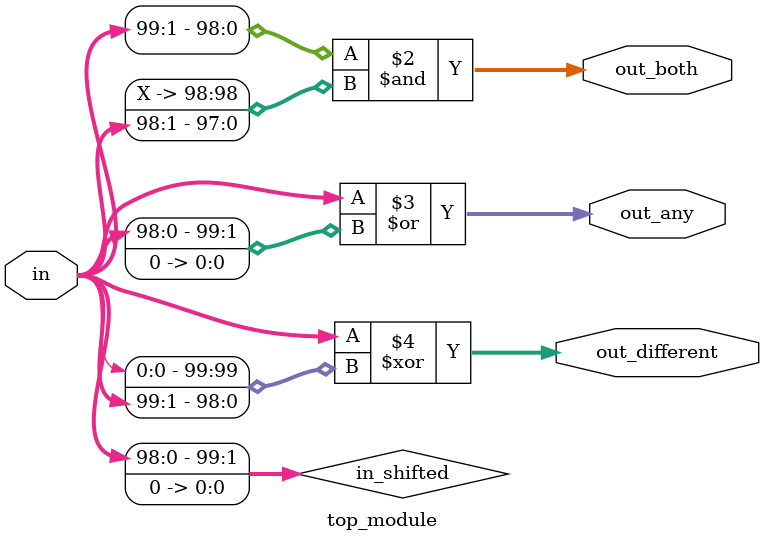
<source format=sv>
module top_module (
    input [99:0] in,
    output [98:0] out_both,
    output [99:0] out_any,
    output [99:0] out_different
);

    wire [99:0] in_shifted;

    assign in_shifted = in << 1;
    assign out_both = in[99:1] & in_shifted[100:2];
    assign out_any = in | in_shifted;
    assign out_different = in ^ {in[0], in[99:1]};

endmodule

</source>
